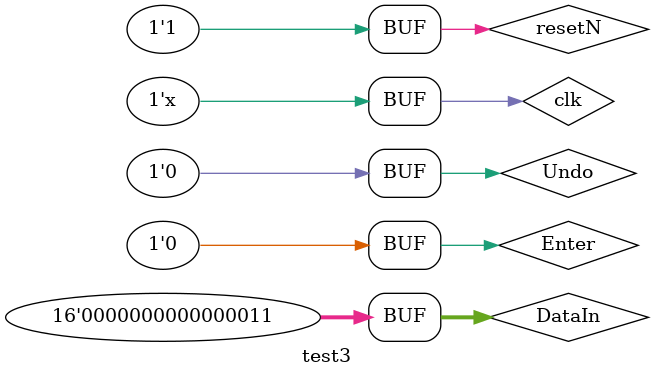
<source format=sv>
`timescale 1ns / 1ps

module test3 ();
    logic clk, resetN;
    logic Enter;
    logic Undo;
    logic [15:0] DataIn;
    logic [4:0] Flags;
    logic [2:0] Status;
    logic [6:0] Segments;
    logic [7:0] Anodes;
    
    
    S8_actividad1 DUT(.clk(clk),
                      .resetN(resetN),
                      .Enter(Enter),
                      .Undo(Undo),
                      .DataIn(DataIn),
                      .Flags(Flags),
                      .Status(Status),
                      .Segments(Segments),
                      .Anodes(Anodes));
    
    always #1 clk = ~clk;
    initial begin 
    resetN= 0;
    clk = 1;
    Enter= 0;
    Undo = 0;
    
    #8 resetN = 1;
        DataIn = 15'ha;
        
    #30 Enter = 1;
    #30 Enter = 0;
    
    //#10 DataIn = 15'h3;
    #40 DataIn = 15'h7;
    
    #30 Undo = 1;
    #30 Undo = 0;
    
    
    
    #30 Enter = 1;
    #25 Enter = 0;
    
    //#20 DataIn = 15'h2;
    
    
    #10 DataIn = 15'h2;
    
    #30 Enter = 1;
    #40 Enter = 0;
    
    #60 DataIn = 15'h3;
    
    #38 Enter = 1;
    #10 Enter = 0;
    
    
    #100 Enter = 1;
    #10 Enter = 0;
    
 
    
  
    end       
endmodule
</source>
